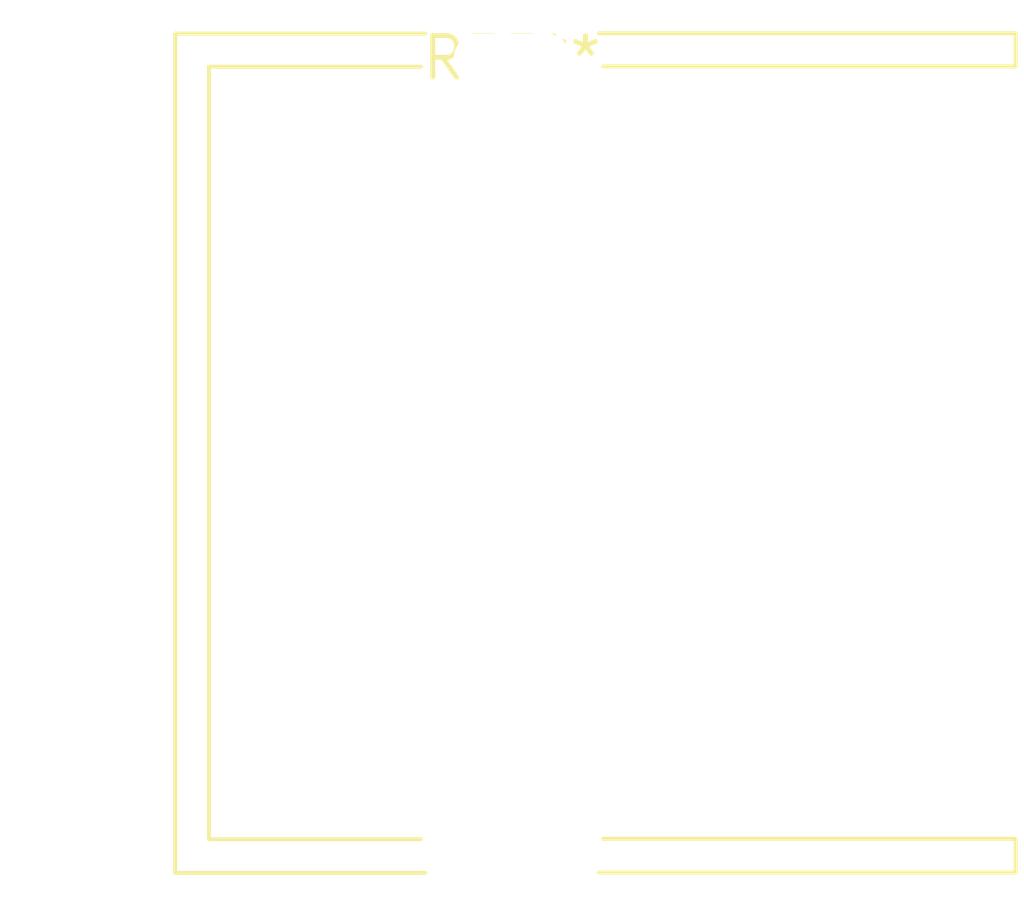
<source format=kicad_pcb>
(kicad_pcb (version 20240108) (generator pcbnew)
  (layers (0 "F.Cu" signal) (31 "B.Cu" signal) (34 "B.Paste" user) (35 "F.Paste" user) (36 "B.SilkS" user "B.Silkscreen") (37 "F.SilkS" user "F.Silkscreen") (38 "B.Mask" user) (39 "F.Mask" user) (44 "Edge.Cuts" user))
  (net 0 "")
  (footprint "Heatsink_AAVID_590302B03600G" (layer "F.Cu") (at 0 0)
    (property "Reference" "REF**")
    (property "Value" "Heatsink_AAVID_590302B03600G")
    (fp_line (start -10.27 -0.75) (end -10.27 24.85) (layer "F.SilkS") (stroke (width 0.12)))
    (fp_line (start -10.27 -0.75) (end -2.65 -0.75) (layer "F.SilkS") (stroke (width 0.12)))
    (fp_line (start -10.27 24.85) (end -2.65 24.85) (layer "F.SilkS") (stroke (width 0.12)))
    (fp_line (start -9.24 0.26) (end -9.24 23.82) (layer "F.SilkS") (stroke (width 0.12)))
    (fp_line (start -9.24 0.26) (end -2.775 0.26) (layer "F.SilkS") (stroke (width 0.12)))
    (fp_line (start -9.24 23.82) (end -2.775 23.82) (layer "F.SilkS") (stroke (width 0.12)))
    (fp_line (start 2.65 -0.76) (end 15.35 -0.76) (layer "F.SilkS") (stroke (width 0.12)))
    (fp_line (start 2.65 24.84) (end 15.35 24.84) (layer "F.SilkS") (stroke (width 0.12)))
    (fp_line (start 2.775 0.25) (end 15.35 0.25) (layer "F.SilkS") (stroke (width 0.12)))
    (fp_line (start 2.775 23.81) (end 15.35 23.81) (layer "F.SilkS") (stroke (width 0.12)))
    (fp_line (start 15.35 -0.76) (end 15.35 0.25) (layer "F.SilkS") (stroke (width 0.12)))
    (fp_line (start 15.35 24.84) (end 15.35 23.82) (layer "F.SilkS") (stroke (width 0.12)))
    (pad "1" thru_hole oval (at 0 0) (size 5.05 3) (drill oval 3.55 1.5) (layers *.Cu *.Mask) (remove_unused_layers))
    (pad "2" thru_hole oval (at 0 24.08) (size 5.05 3) (drill oval 3.55 1.5) (layers *.Cu *.Mask) (remove_unused_layers))
  )
)
</source>
